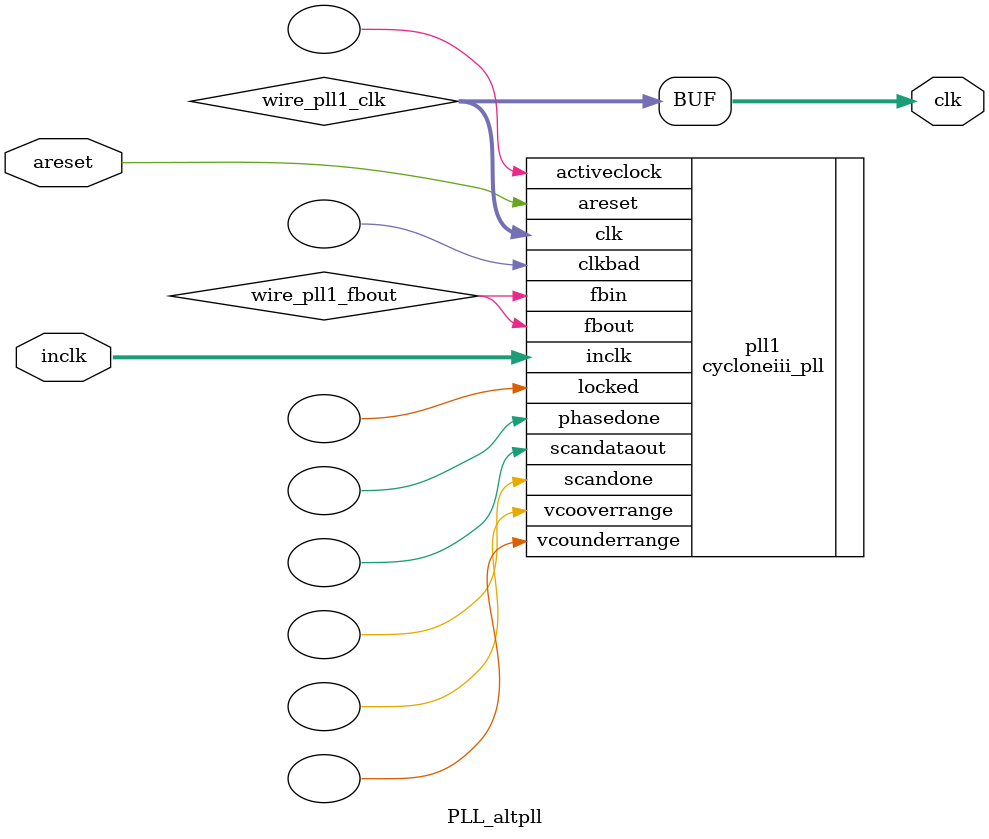
<source format=v>






//synthesis_resources = cycloneiii_pll 1 
//synopsys translate_off
`timescale 1 ps / 1 ps
//synopsys translate_on
module  PLL_altpll
	( 
	areset,
	clk,
	inclk) /* synthesis synthesis_clearbox=1 */;
	input   areset;
	output   [4:0]  clk;
	input   [1:0]  inclk;
`ifndef ALTERA_RESERVED_QIS
// synopsys translate_off
`endif
	tri0   areset;
	tri0   [1:0]  inclk;
`ifndef ALTERA_RESERVED_QIS
// synopsys translate_on
`endif

	wire  [4:0]   wire_pll1_clk;
	wire  wire_pll1_fbout;

	cycloneiii_pll   pll1
	( 
	.activeclock(),
	.areset(areset),
	.clk(wire_pll1_clk),
	.clkbad(),
	.fbin(wire_pll1_fbout),
	.fbout(wire_pll1_fbout),
	.inclk(inclk),
	.locked(),
	.phasedone(),
	.scandataout(),
	.scandone(),
	.vcooverrange(),
	.vcounderrange()
	`ifndef FORMAL_VERIFICATION
	// synopsys translate_off
	`endif
	,
	.clkswitch(1'b0),
	.configupdate(1'b0),
	.pfdena(1'b1),
	.phasecounterselect({3{1'b0}}),
	.phasestep(1'b0),
	.phaseupdown(1'b0),
	.scanclk(1'b0),
	.scanclkena(1'b1),
	.scandata(1'b0)
	`ifndef FORMAL_VERIFICATION
	// synopsys translate_on
	`endif
	);
	defparam
		pll1.bandwidth_type = "auto",
		pll1.clk0_divide_by = 15625,
		pll1.clk0_duty_cycle = 50,
		pll1.clk0_multiply_by = 576,
		pll1.clk0_phase_shift = "0",
		pll1.compensate_clock = "clk0",
		pll1.inclk0_input_frequency = 20000,
		pll1.operation_mode = "normal",
		pll1.pll_type = "auto",
		pll1.lpm_type = "cycloneiii_pll";
	assign
		clk = {wire_pll1_clk[4:0]};
endmodule //PLL_altpll
//VALID FILE

</source>
